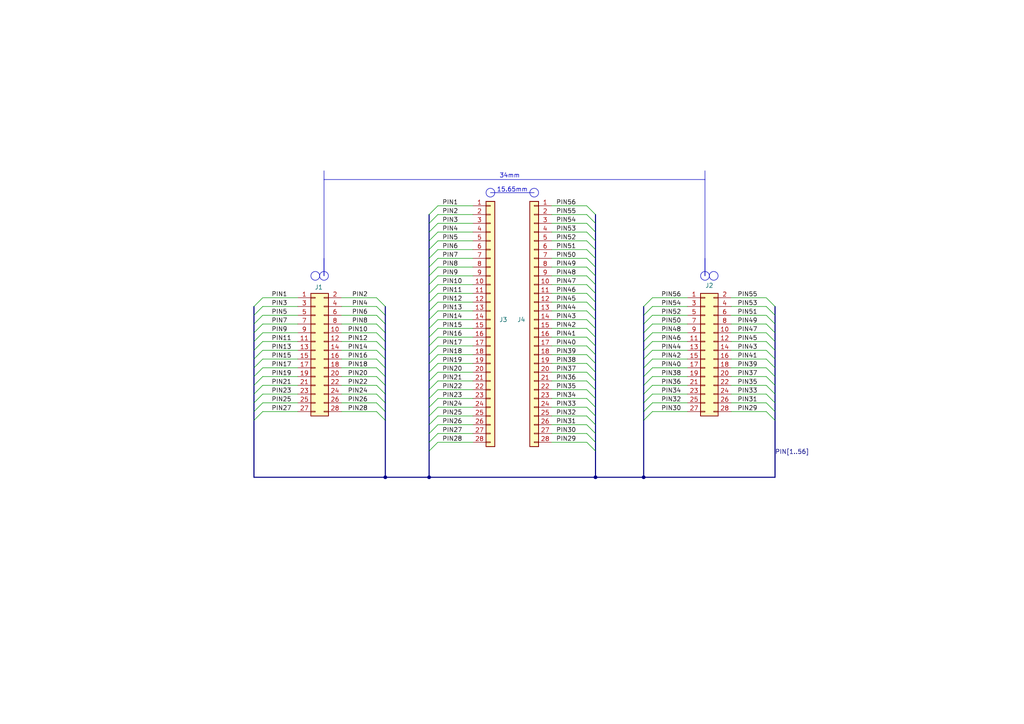
<source format=kicad_sch>
(kicad_sch (version 20231120) (generator "eeschema") (generator_version "8.0")
  (paper "A4")
  (lib_symbols
    (symbol "Connector_Generic:Conn_01x28" (pin_names (offset 1.016) hide)
      (property "Reference" "J" (at 0 35.56 0))
      (property "Value" "Conn_01x28" (at 0 -38.1 0))
      (symbol "Conn_01x28_1_1"
        (rectangle (start -1.27 -35.433) (end 0 -35.687) (stroke (width 0.1524)))
        (rectangle (start -1.27 -32.893) (end 0 -33.147) (stroke (width 0.1524)))
        (rectangle (start -1.27 -30.353) (end 0 -30.607) (stroke (width 0.1524)))
        (rectangle (start -1.27 -27.813) (end 0 -28.067) (stroke (width 0.1524)))
        (rectangle (start -1.27 -25.273) (end 0 -25.527) (stroke (width 0.1524)))
        (rectangle (start -1.27 -22.733) (end 0 -22.987) (stroke (width 0.1524)))
        (rectangle (start -1.27 -20.193) (end 0 -20.447) (stroke (width 0.1524)))
        (rectangle (start -1.27 -17.653) (end 0 -17.907) (stroke (width 0.1524)))
        (rectangle (start -1.27 -15.113) (end 0 -15.367) (stroke (width 0.1524)))
        (rectangle (start -1.27 -12.573) (end 0 -12.827) (stroke (width 0.1524)))
        (rectangle (start -1.27 -10.033) (end 0 -10.287) (stroke (width 0.1524)))
        (rectangle (start -1.27 -7.493) (end 0 -7.747) (stroke (width 0.1524)))
        (rectangle (start -1.27 -4.953) (end 0 -5.207) (stroke (width 0.1524)))
        (rectangle (start -1.27 -2.413) (end 0 -2.667) (stroke (width 0.1524)))
        (rectangle (start -1.27 0.127) (end 0 -0.127) (stroke (width 0.1524)))
        (rectangle (start -1.27 2.667) (end 0 2.413) (stroke (width 0.1524)))
        (rectangle (start -1.27 5.207) (end 0 4.953) (stroke (width 0.1524)))
        (rectangle (start -1.27 7.747) (end 0 7.493) (stroke (width 0.1524)))
        (rectangle (start -1.27 10.287) (end 0 10.033) (stroke (width 0.1524)))
        (rectangle (start -1.27 12.827) (end 0 12.573) (stroke (width 0.1524)))
        (rectangle (start -1.27 15.367) (end 0 15.113) (stroke (width 0.1524)))
        (rectangle (start -1.27 17.907) (end 0 17.653) (stroke (width 0.1524)))
        (rectangle (start -1.27 20.447) (end 0 20.193) (stroke (width 0.1524)))
        (rectangle (start -1.27 22.987) (end 0 22.733) (stroke (width 0.1524)))
        (rectangle (start -1.27 25.527) (end 0 25.273) (stroke (width 0.1524)))
        (rectangle (start -1.27 28.067) (end 0 27.813) (stroke (width 0.1524)))
        (rectangle (start -1.27 30.607) (end 0 30.353) (stroke (width 0.1524)))
        (rectangle (start -1.27 33.147) (end 0 32.893) (stroke (width 0.1524)))
        (rectangle (start -1.27 34.29) (end 1.27 -36.83) (stroke (width 0.254)) (fill (type background)))
        (pin passive line (at -5.08 33.02 0) (length 3.81) (name "Pin_1") (number "1"))
        (pin passive line (at -5.08 10.16 0) (length 3.81) (name "Pin_10") (number "10"))
        (pin passive line (at -5.08 7.62 0) (length 3.81) (name "Pin_11") (number "11"))
        (pin passive line (at -5.08 5.08 0) (length 3.81) (name "Pin_12") (number "12"))
        (pin passive line (at -5.08 2.54 0) (length 3.81) (name "Pin_13") (number "13"))
        (pin passive line (at -5.08 0 0) (length 3.81) (name "Pin_14") (number "14"))
        (pin passive line (at -5.08 -2.54 0) (length 3.81) (name "Pin_15") (number "15"))
        (pin passive line (at -5.08 -5.08 0) (length 3.81) (name "Pin_16") (number "16"))
        (pin passive line (at -5.08 -7.62 0) (length 3.81) (name "Pin_17") (number "17"))
        (pin passive line (at -5.08 -10.16 0) (length 3.81) (name "Pin_18") (number "18"))
        (pin passive line (at -5.08 -12.7 0) (length 3.81) (name "Pin_19") (number "19"))
        (pin passive line (at -5.08 30.48 0) (length 3.81) (name "Pin_2") (number "2"))
        (pin passive line (at -5.08 -15.24 0) (length 3.81) (name "Pin_20") (number "20"))
        (pin passive line (at -5.08 -17.78 0) (length 3.81) (name "Pin_21") (number "21"))
        (pin passive line (at -5.08 -20.32 0) (length 3.81) (name "Pin_22") (number "22"))
        (pin passive line (at -5.08 -22.86 0) (length 3.81) (name "Pin_23") (number "23"))
        (pin passive line (at -5.08 -25.4 0) (length 3.81) (name "Pin_24") (number "24"))
        (pin passive line (at -5.08 -27.94 0) (length 3.81) (name "Pin_25") (number "25"))
        (pin passive line (at -5.08 -30.48 0) (length 3.81) (name "Pin_26") (number "26"))
        (pin passive line (at -5.08 -33.02 0) (length 3.81) (name "Pin_27") (number "27"))
        (pin passive line (at -5.08 -35.56 0) (length 3.81) (name "Pin_28") (number "28"))
        (pin passive line (at -5.08 27.94 0) (length 3.81) (name "Pin_3") (number "3"))
        (pin passive line (at -5.08 25.4 0) (length 3.81) (name "Pin_4") (number "4"))
        (pin passive line (at -5.08 22.86 0) (length 3.81) (name "Pin_5") (number "5"))
        (pin passive line (at -5.08 20.32 0) (length 3.81) (name "Pin_6") (number "6"))
        (pin passive line (at -5.08 17.78 0) (length 3.81) (name "Pin_7") (number "7"))
        (pin passive line (at -5.08 15.24 0) (length 3.81) (name "Pin_8") (number "8"))
        (pin passive line (at -5.08 12.7 0) (length 3.81) (name "Pin_9") (number "9"))
      )
    )
    (symbol "Connector_Generic:Conn_02x14_Odd_Even" (pin_names (offset 1.016) hide)
      (property "Reference" "J" (at 1.27 17.78 0))
      (property "Value" "Conn_02x14_Odd_Even" (at 1.27 -20.32 0))
      (symbol "Conn_02x14_Odd_Even_1_1"
        (rectangle (start -1.27 -17.653) (end 0 -17.907) (stroke (width 0.1524)))
        (rectangle (start -1.27 -15.113) (end 0 -15.367) (stroke (width 0.1524)))
        (rectangle (start -1.27 -12.573) (end 0 -12.827) (stroke (width 0.1524)))
        (rectangle (start -1.27 -10.033) (end 0 -10.287) (stroke (width 0.1524)))
        (rectangle (start -1.27 -7.493) (end 0 -7.747) (stroke (width 0.1524)))
        (rectangle (start -1.27 -4.953) (end 0 -5.207) (stroke (width 0.1524)))
        (rectangle (start -1.27 -2.413) (end 0 -2.667) (stroke (width 0.1524)))
        (rectangle (start -1.27 0.127) (end 0 -0.127) (stroke (width 0.1524)))
        (rectangle (start -1.27 2.667) (end 0 2.413) (stroke (width 0.1524)))
        (rectangle (start -1.27 5.207) (end 0 4.953) (stroke (width 0.1524)))
        (rectangle (start -1.27 7.747) (end 0 7.493) (stroke (width 0.1524)))
        (rectangle (start -1.27 10.287) (end 0 10.033) (stroke (width 0.1524)))
        (rectangle (start -1.27 12.827) (end 0 12.573) (stroke (width 0.1524)))
        (rectangle (start -1.27 15.367) (end 0 15.113) (stroke (width 0.1524)))
        (rectangle (start -1.27 16.51) (end 3.81 -19.05) (stroke (width 0.254)) (fill (type background)))
        (rectangle (start 3.81 -17.653) (end 2.54 -17.907) (stroke (width 0.1524)))
        (rectangle (start 3.81 -15.113) (end 2.54 -15.367) (stroke (width 0.1524)))
        (rectangle (start 3.81 -12.573) (end 2.54 -12.827) (stroke (width 0.1524)))
        (rectangle (start 3.81 -10.033) (end 2.54 -10.287) (stroke (width 0.1524)))
        (rectangle (start 3.81 -7.493) (end 2.54 -7.747) (stroke (width 0.1524)))
        (rectangle (start 3.81 -4.953) (end 2.54 -5.207) (stroke (width 0.1524)))
        (rectangle (start 3.81 -2.413) (end 2.54 -2.667) (stroke (width 0.1524)))
        (rectangle (start 3.81 0.127) (end 2.54 -0.127) (stroke (width 0.1524)))
        (rectangle (start 3.81 2.667) (end 2.54 2.413) (stroke (width 0.1524)))
        (rectangle (start 3.81 5.207) (end 2.54 4.953) (stroke (width 0.1524)))
        (rectangle (start 3.81 7.747) (end 2.54 7.493) (stroke (width 0.1524)))
        (rectangle (start 3.81 10.287) (end 2.54 10.033) (stroke (width 0.1524)))
        (rectangle (start 3.81 12.827) (end 2.54 12.573) (stroke (width 0.1524)))
        (rectangle (start 3.81 15.367) (end 2.54 15.113) (stroke (width 0.1524)))
        (pin passive line (at -5.08 15.24 0) (length 3.81) (name "Pin_1") (number "1"))
        (pin passive line (at 7.62 5.08 180) (length 3.81) (name "Pin_10") (number "10"))
        (pin passive line (at -5.08 2.54 0) (length 3.81) (name "Pin_11") (number "11"))
        (pin passive line (at 7.62 2.54 180) (length 3.81) (name "Pin_12") (number "12"))
        (pin passive line (at -5.08 0 0) (length 3.81) (name "Pin_13") (number "13"))
        (pin passive line (at 7.62 0 180) (length 3.81) (name "Pin_14") (number "14"))
        (pin passive line (at -5.08 -2.54 0) (length 3.81) (name "Pin_15") (number "15"))
        (pin passive line (at 7.62 -2.54 180) (length 3.81) (name "Pin_16") (number "16"))
        (pin passive line (at -5.08 -5.08 0) (length 3.81) (name "Pin_17") (number "17"))
        (pin passive line (at 7.62 -5.08 180) (length 3.81) (name "Pin_18") (number "18"))
        (pin passive line (at -5.08 -7.62 0) (length 3.81) (name "Pin_19") (number "19"))
        (pin passive line (at 7.62 15.24 180) (length 3.81) (name "Pin_2") (number "2"))
        (pin passive line (at 7.62 -7.62 180) (length 3.81) (name "Pin_20") (number "20"))
        (pin passive line (at -5.08 -10.16 0) (length 3.81) (name "Pin_21") (number "21"))
        (pin passive line (at 7.62 -10.16 180) (length 3.81) (name "Pin_22") (number "22"))
        (pin passive line (at -5.08 -12.7 0) (length 3.81) (name "Pin_23") (number "23"))
        (pin passive line (at 7.62 -12.7 180) (length 3.81) (name "Pin_24") (number "24"))
        (pin passive line (at -5.08 -15.24 0) (length 3.81) (name "Pin_25") (number "25"))
        (pin passive line (at 7.62 -15.24 180) (length 3.81) (name "Pin_26") (number "26"))
        (pin passive line (at -5.08 -17.78 0) (length 3.81) (name "Pin_27") (number "27"))
        (pin passive line (at 7.62 -17.78 180) (length 3.81) (name "Pin_28") (number "28"))
        (pin passive line (at -5.08 12.7 0) (length 3.81) (name "Pin_3") (number "3"))
        (pin passive line (at 7.62 12.7 180) (length 3.81) (name "Pin_4") (number "4"))
        (pin passive line (at -5.08 10.16 0) (length 3.81) (name "Pin_5") (number "5"))
        (pin passive line (at 7.62 10.16 180) (length 3.81) (name "Pin_6") (number "6"))
        (pin passive line (at -5.08 7.62 0) (length 3.81) (name "Pin_7") (number "7"))
        (pin passive line (at 7.62 7.62 180) (length 3.81) (name "Pin_8") (number "8"))
        (pin passive line (at -5.08 5.08 0) (length 3.81) (name "Pin_9") (number "9"))
      )
    )
  )
  (junction (at 111.76 138.43))
  (junction (at 186.69 138.43))
  (junction (at 124.46 138.43))
  (junction (at 172.72 138.43))
  (bus_entry (at 124.46 110.49) (size 2.54 -2.54))
  (bus_entry (at 186.69 119.38) (size 2.54 -2.54))
  (bus_entry (at 224.79 116.84) (size -2.54 -2.54))
  (bus_entry (at 172.72 87.63) (size -2.54 -2.54))
  (bus_entry (at 111.76 104.14) (size -2.54 -2.54))
  (bus_entry (at 124.46 102.87) (size 2.54 -2.54))
  (bus_entry (at 73.66 106.68) (size 2.54 -2.54))
  (bus_entry (at 73.66 111.76) (size 2.54 -2.54))
  (bus_entry (at 111.76 109.22) (size -2.54 -2.54))
  (bus_entry (at 224.79 121.92) (size -2.54 -2.54))
  (bus_entry (at 186.69 104.14) (size 2.54 -2.54))
  (bus_entry (at 172.72 128.27) (size -2.54 -2.54))
  (bus_entry (at 224.79 99.06) (size -2.54 -2.54))
  (bus_entry (at 186.69 114.3) (size 2.54 -2.54))
  (bus_entry (at 172.72 69.85) (size -2.54 -2.54))
  (bus_entry (at 111.76 121.92) (size -2.54 -2.54))
  (bus_entry (at 172.72 123.19) (size -2.54 -2.54))
  (bus_entry (at 186.69 106.68) (size 2.54 -2.54))
  (bus_entry (at 172.72 130.81) (size -2.54 -2.54))
  (bus_entry (at 172.72 107.95) (size -2.54 -2.54))
  (bus_entry (at 224.79 104.14) (size -2.54 -2.54))
  (bus_entry (at 186.69 91.44) (size 2.54 -2.54))
  (bus_entry (at 124.46 130.81) (size 2.54 -2.54))
  (bus_entry (at 172.72 97.79) (size -2.54 -2.54))
  (bus_entry (at 111.76 114.3) (size -2.54 -2.54))
  (bus_entry (at 73.66 88.9) (size 2.54 -2.54))
  (bus_entry (at 172.72 120.65) (size -2.54 -2.54))
  (bus_entry (at 224.79 101.6) (size -2.54 -2.54))
  (bus_entry (at 73.66 96.52) (size 2.54 -2.54))
  (bus_entry (at 172.72 125.73) (size -2.54 -2.54))
  (bus_entry (at 172.72 80.01) (size -2.54 -2.54))
  (bus_entry (at 124.46 123.19) (size 2.54 -2.54))
  (bus_entry (at 224.79 96.52) (size -2.54 -2.54))
  (bus_entry (at 124.46 72.39) (size 2.54 -2.54))
  (bus_entry (at 124.46 92.71) (size 2.54 -2.54))
  (bus_entry (at 172.72 118.11) (size -2.54 -2.54))
  (bus_entry (at 186.69 96.52) (size 2.54 -2.54))
  (bus_entry (at 73.66 109.22) (size 2.54 -2.54))
  (bus_entry (at 172.72 64.77) (size -2.54 -2.54))
  (bus_entry (at 124.46 128.27) (size 2.54 -2.54))
  (bus_entry (at 172.72 92.71) (size -2.54 -2.54))
  (bus_entry (at 111.76 116.84) (size -2.54 -2.54))
  (bus_entry (at 73.66 101.6) (size 2.54 -2.54))
  (bus_entry (at 124.46 80.01) (size 2.54 -2.54))
  (bus_entry (at 124.46 82.55) (size 2.54 -2.54))
  (bus_entry (at 172.72 72.39) (size -2.54 -2.54))
  (bus_entry (at 186.69 101.6) (size 2.54 -2.54))
  (bus_entry (at 224.79 93.98) (size -2.54 -2.54))
  (bus_entry (at 124.46 113.03) (size 2.54 -2.54))
  (bus_entry (at 186.69 109.22) (size 2.54 -2.54))
  (bus_entry (at 124.46 107.95) (size 2.54 -2.54))
  (bus_entry (at 172.72 115.57) (size -2.54 -2.54))
  (bus_entry (at 111.76 101.6) (size -2.54 -2.54))
  (bus_entry (at 73.66 119.38) (size 2.54 -2.54))
  (bus_entry (at 172.72 67.31) (size -2.54 -2.54))
  (bus_entry (at 172.72 74.93) (size -2.54 -2.54))
  (bus_entry (at 111.76 91.44) (size -2.54 -2.54))
  (bus_entry (at 172.72 100.33) (size -2.54 -2.54))
  (bus_entry (at 172.72 105.41) (size -2.54 -2.54))
  (bus_entry (at 172.72 110.49) (size -2.54 -2.54))
  (bus_entry (at 111.76 99.06) (size -2.54 -2.54))
  (bus_entry (at 224.79 91.44) (size -2.54 -2.54))
  (bus_entry (at 124.46 62.23) (size 2.54 -2.54))
  (bus_entry (at 111.76 93.98) (size -2.54 -2.54))
  (bus_entry (at 73.66 99.06) (size 2.54 -2.54))
  (bus_entry (at 124.46 100.33) (size 2.54 -2.54))
  (bus_entry (at 186.69 88.9) (size 2.54 -2.54))
  (bus_entry (at 186.69 111.76) (size 2.54 -2.54))
  (bus_entry (at 124.46 90.17) (size 2.54 -2.54))
  (bus_entry (at 224.79 109.22) (size -2.54 -2.54))
  (bus_entry (at 186.69 93.98) (size 2.54 -2.54))
  (bus_entry (at 111.76 106.68) (size -2.54 -2.54))
  (bus_entry (at 73.66 91.44) (size 2.54 -2.54))
  (bus_entry (at 73.66 93.98) (size 2.54 -2.54))
  (bus_entry (at 172.72 95.25) (size -2.54 -2.54))
  (bus_entry (at 172.72 113.03) (size -2.54 -2.54))
  (bus_entry (at 73.66 116.84) (size 2.54 -2.54))
  (bus_entry (at 73.66 104.14) (size 2.54 -2.54))
  (bus_entry (at 224.79 111.76) (size -2.54 -2.54))
  (bus_entry (at 111.76 111.76) (size -2.54 -2.54))
  (bus_entry (at 124.46 64.77) (size 2.54 -2.54))
  (bus_entry (at 124.46 125.73) (size 2.54 -2.54))
  (bus_entry (at 124.46 77.47) (size 2.54 -2.54))
  (bus_entry (at 186.69 121.92) (size 2.54 -2.54))
  (bus_entry (at 172.72 62.23) (size -2.54 -2.54))
  (bus_entry (at 172.72 90.17) (size -2.54 -2.54))
  (bus_entry (at 124.46 115.57) (size 2.54 -2.54))
  (bus_entry (at 124.46 74.93) (size 2.54 -2.54))
  (bus_entry (at 172.72 82.55) (size -2.54 -2.54))
  (bus_entry (at 224.79 88.9) (size -2.54 -2.54))
  (bus_entry (at 224.79 119.38) (size -2.54 -2.54))
  (bus_entry (at 124.46 105.41) (size 2.54 -2.54))
  (bus_entry (at 172.72 77.47) (size -2.54 -2.54))
  (bus_entry (at 124.46 97.79) (size 2.54 -2.54))
  (bus_entry (at 224.79 114.3) (size -2.54 -2.54))
  (bus_entry (at 124.46 67.31) (size 2.54 -2.54))
  (bus_entry (at 172.72 85.09) (size -2.54 -2.54))
  (bus_entry (at 73.66 121.92) (size 2.54 -2.54))
  (bus_entry (at 124.46 118.11) (size 2.54 -2.54))
  (bus_entry (at 73.66 114.3) (size 2.54 -2.54))
  (bus_entry (at 111.76 119.38) (size -2.54 -2.54))
  (bus_entry (at 124.46 87.63) (size 2.54 -2.54))
  (bus_entry (at 224.79 106.68) (size -2.54 -2.54))
  (bus_entry (at 124.46 69.85) (size 2.54 -2.54))
  (bus_entry (at 186.69 116.84) (size 2.54 -2.54))
  (bus_entry (at 111.76 96.52) (size -2.54 -2.54))
  (bus_entry (at 124.46 85.09) (size 2.54 -2.54))
  (bus_entry (at 124.46 95.25) (size 2.54 -2.54))
  (bus_entry (at 111.76 88.9) (size -2.54 -2.54))
  (bus_entry (at 124.46 120.65) (size 2.54 -2.54))
  (bus_entry (at 172.72 102.87) (size -2.54 -2.54))
  (bus_entry (at 186.69 99.06) (size 2.54 -2.54))
  (bus (pts (xy 172.72 115.57) (xy 172.72 118.11)))
  (wire (pts (xy 189.23 104.14) (xy 199.39 104.14)))
  (wire (pts (xy 160.02 105.41) (xy 170.18 105.41)))
  (wire (pts (xy 222.25 86.36) (xy 212.09 86.36)))
  (bus (pts (xy 124.46 138.43) (xy 172.72 138.43)))
  (wire (pts (xy 127 102.87) (xy 137.16 102.87)))
  (wire (pts (xy 109.22 109.22) (xy 99.06 109.22)))
  (wire (pts (xy 160.02 118.11) (xy 170.18 118.11)))
  (wire (pts (xy 109.22 104.14) (xy 99.06 104.14)))
  (bus (pts (xy 172.72 120.65) (xy 172.72 123.19)))
  (bus (pts (xy 172.72 110.49) (xy 172.72 113.03)))
  (bus (pts (xy 73.66 91.44) (xy 73.66 93.98)))
  (wire (pts (xy 76.2 116.84) (xy 86.36 116.84)))
  (bus (pts (xy 124.46 62.23) (xy 124.46 64.77)))
  (bus (pts (xy 124.46 77.47) (xy 124.46 80.01)))
  (bus (pts (xy 186.69 116.84) (xy 186.69 119.38)))
  (wire (pts (xy 222.25 93.98) (xy 212.09 93.98)))
  (bus (pts (xy 172.72 69.85) (xy 172.72 72.39)))
  (wire (pts (xy 160.02 128.27) (xy 170.18 128.27)))
  (bus (pts (xy 186.69 121.92) (xy 186.69 138.43)))
  (wire (pts (xy 160.02 80.01) (xy 170.18 80.01)))
  (bus (pts (xy 172.72 64.77) (xy 172.72 67.31)))
  (bus (pts (xy 172.72 87.63) (xy 172.72 90.17)))
  (bus (pts (xy 172.72 105.41) (xy 172.72 107.95)))
  (bus (pts (xy 124.46 97.79) (xy 124.46 100.33)))
  (wire (pts (xy 160.02 120.65) (xy 170.18 120.65)))
  (bus (pts (xy 111.76 116.84) (xy 111.76 119.38)))
  (wire (pts (xy 127 90.17) (xy 137.16 90.17)))
  (bus (pts (xy 124.46 82.55) (xy 124.46 85.09)))
  (wire (pts (xy 160.02 102.87) (xy 170.18 102.87)))
  (wire (pts (xy 127 110.49) (xy 137.16 110.49)))
  (wire (pts (xy 222.25 96.52) (xy 212.09 96.52)))
  (wire (pts (xy 127 115.57) (xy 137.16 115.57)))
  (wire (pts (xy 160.02 69.85) (xy 170.18 69.85)))
  (wire (pts (xy 189.23 116.84) (xy 199.39 116.84)))
  (bus (pts (xy 73.66 96.52) (xy 73.66 99.06)))
  (wire (pts (xy 222.25 111.76) (xy 212.09 111.76)))
  (wire (pts (xy 127 82.55) (xy 137.16 82.55)))
  (wire (pts (xy 127 123.19) (xy 137.16 123.19)))
  (bus (pts (xy 124.46 95.25) (xy 124.46 97.79)))
  (wire (pts (xy 189.23 93.98) (xy 199.39 93.98)))
  (wire (pts (xy 222.25 91.44) (xy 212.09 91.44)))
  (wire (pts (xy 127 100.33) (xy 137.16 100.33)))
  (polyline (pts (xy 93.98 49.53) (xy 93.98 52.07)))
  (bus (pts (xy 124.46 64.77) (xy 124.46 67.31)))
  (bus (pts (xy 124.46 120.65) (xy 124.46 123.19)))
  (bus (pts (xy 186.69 101.6) (xy 186.69 104.14)))
  (bus (pts (xy 124.46 125.73) (xy 124.46 128.27)))
  (wire (pts (xy 160.02 64.77) (xy 170.18 64.77)))
  (bus (pts (xy 172.72 77.47) (xy 172.72 80.01)))
  (bus (pts (xy 224.79 106.68) (xy 224.79 104.14)))
  (wire (pts (xy 109.22 101.6) (xy 99.06 101.6)))
  (wire (pts (xy 222.25 119.38) (xy 212.09 119.38)))
  (wire (pts (xy 127 87.63) (xy 137.16 87.63)))
  (wire (pts (xy 127 69.85) (xy 137.16 69.85)))
  (polyline (pts (xy 93.98 74.93) (xy 93.98 80.01)))
  (bus (pts (xy 124.46 105.41) (xy 124.46 107.95)))
  (bus (pts (xy 73.66 88.9) (xy 73.66 91.44)))
  (bus (pts (xy 124.46 87.63) (xy 124.46 90.17)))
  (bus (pts (xy 186.69 91.44) (xy 186.69 93.98)))
  (bus (pts (xy 124.46 115.57) (xy 124.46 118.11)))
  (bus (pts (xy 186.69 106.68) (xy 186.69 109.22)))
  (bus (pts (xy 186.69 104.14) (xy 186.69 106.68)))
  (wire (pts (xy 127 92.71) (xy 137.16 92.71)))
  (bus (pts (xy 124.46 69.85) (xy 124.46 72.39)))
  (wire (pts (xy 109.22 116.84) (xy 99.06 116.84)))
  (wire (pts (xy 160.02 62.23) (xy 170.18 62.23)))
  (wire (pts (xy 160.02 95.25) (xy 170.18 95.25)))
  (bus (pts (xy 124.46 80.01) (xy 124.46 82.55)))
  (bus (pts (xy 73.66 121.92) (xy 73.66 138.43)))
  (wire (pts (xy 127 72.39) (xy 137.16 72.39)))
  (bus (pts (xy 224.79 111.76) (xy 224.79 114.3)))
  (wire (pts (xy 160.02 125.73) (xy 170.18 125.73)))
  (bus (pts (xy 111.76 119.38) (xy 111.76 121.92)))
  (bus (pts (xy 111.76 91.44) (xy 111.76 93.98)))
  (wire (pts (xy 189.23 86.36) (xy 199.39 86.36)))
  (bus (pts (xy 111.76 109.22) (xy 111.76 111.76)))
  (bus (pts (xy 73.66 104.14) (xy 73.66 106.68)))
  (bus (pts (xy 172.72 67.31) (xy 172.72 69.85)))
  (bus (pts (xy 111.76 106.68) (xy 111.76 109.22)))
  (wire (pts (xy 189.23 99.06) (xy 199.39 99.06)))
  (wire (pts (xy 160.02 72.39) (xy 170.18 72.39)))
  (wire (pts (xy 109.22 99.06) (xy 99.06 99.06)))
  (bus (pts (xy 172.72 97.79) (xy 172.72 100.33)))
  (bus (pts (xy 224.79 121.92) (xy 224.79 138.43)))
  (bus (pts (xy 111.76 88.9) (xy 111.76 91.44)))
  (bus (pts (xy 186.69 138.43) (xy 224.79 138.43)))
  (bus (pts (xy 186.69 99.06) (xy 186.69 101.6)))
  (bus (pts (xy 172.72 95.25) (xy 172.72 97.79)))
  (wire (pts (xy 160.02 77.47) (xy 170.18 77.47)))
  (bus (pts (xy 111.76 111.76) (xy 111.76 114.3)))
  (bus (pts (xy 186.69 119.38) (xy 186.69 121.92)))
  (bus (pts (xy 73.66 109.22) (xy 73.66 111.76)))
  (wire (pts (xy 160.02 87.63) (xy 170.18 87.63)))
  (bus (pts (xy 124.46 128.27) (xy 124.46 130.81)))
  (bus (pts (xy 224.79 119.38) (xy 224.79 121.92)))
  (bus (pts (xy 224.79 99.06) (xy 224.79 101.6)))
  (bus (pts (xy 172.72 82.55) (xy 172.72 85.09)))
  (bus (pts (xy 73.66 101.6) (xy 73.66 104.14)))
  (wire (pts (xy 109.22 111.76) (xy 99.06 111.76)))
  (wire (pts (xy 160.02 90.17) (xy 170.18 90.17)))
  (wire (pts (xy 76.2 114.3) (xy 86.36 114.3)))
  (wire (pts (xy 127 107.95) (xy 137.16 107.95)))
  (wire (pts (xy 109.22 106.68) (xy 99.06 106.68)))
  (wire (pts (xy 109.22 86.36) (xy 99.06 86.36)))
  (wire (pts (xy 189.23 119.38) (xy 199.39 119.38)))
  (bus (pts (xy 111.76 101.6) (xy 111.76 104.14)))
  (bus (pts (xy 186.69 109.22) (xy 186.69 111.76)))
  (bus (pts (xy 172.72 100.33) (xy 172.72 102.87)))
  (bus (pts (xy 124.46 90.17) (xy 124.46 92.71)))
  (polyline (pts (xy 204.47 74.93) (xy 204.47 80.01)))
  (bus (pts (xy 172.72 74.93) (xy 172.72 77.47)))
  (polyline (pts (xy 142.24 55.88) (xy 154.94 55.88)))
  (wire (pts (xy 76.2 86.36) (xy 86.36 86.36)))
  (bus (pts (xy 124.46 74.93) (xy 124.46 77.47)))
  (bus (pts (xy 73.66 99.06) (xy 73.66 101.6)))
  (wire (pts (xy 127 118.11) (xy 137.16 118.11)))
  (wire (pts (xy 127 67.31) (xy 137.16 67.31)))
  (wire (pts (xy 76.2 99.06) (xy 86.36 99.06)))
  (bus (pts (xy 172.72 90.17) (xy 172.72 92.71)))
  (bus (pts (xy 73.66 106.68) (xy 73.66 109.22)))
  (bus (pts (xy 73.66 119.38) (xy 73.66 121.92)))
  (bus (pts (xy 111.76 96.52) (xy 111.76 99.06)))
  (wire (pts (xy 189.23 88.9) (xy 199.39 88.9)))
  (bus (pts (xy 111.76 114.3) (xy 111.76 116.84)))
  (wire (pts (xy 127 85.09) (xy 137.16 85.09)))
  (bus (pts (xy 172.72 72.39) (xy 172.72 74.93)))
  (wire (pts (xy 127 64.77) (xy 137.16 64.77)))
  (bus (pts (xy 186.69 114.3) (xy 186.69 116.84)))
  (wire (pts (xy 222.25 99.06) (xy 212.09 99.06)))
  (bus (pts (xy 111.76 93.98) (xy 111.76 96.52)))
  (wire (pts (xy 127 120.65) (xy 137.16 120.65)))
  (bus (pts (xy 73.66 138.43) (xy 111.76 138.43)))
  (bus (pts (xy 124.46 85.09) (xy 124.46 87.63)))
  (bus (pts (xy 73.66 111.76) (xy 73.66 114.3)))
  (bus (pts (xy 172.72 85.09) (xy 172.72 87.63)))
  (wire (pts (xy 160.02 67.31) (xy 170.18 67.31)))
  (bus (pts (xy 172.72 128.27) (xy 172.72 130.81)))
  (bus (pts (xy 124.46 92.71) (xy 124.46 95.25)))
  (bus (pts (xy 172.72 118.11) (xy 172.72 120.65)))
  (wire (pts (xy 189.23 111.76) (xy 199.39 111.76)))
  (wire (pts (xy 76.2 91.44) (xy 86.36 91.44)))
  (wire (pts (xy 160.02 115.57) (xy 170.18 115.57)))
  (wire (pts (xy 127 128.27) (xy 137.16 128.27)))
  (wire (pts (xy 109.22 96.52) (xy 99.06 96.52)))
  (polyline (pts (xy 204.47 49.53) (xy 204.47 52.07)))
  (wire (pts (xy 127 74.93) (xy 137.16 74.93)))
  (wire (pts (xy 160.02 123.19) (xy 170.18 123.19)))
  (wire (pts (xy 189.23 91.44) (xy 199.39 91.44)))
  (wire (pts (xy 189.23 101.6) (xy 199.39 101.6)))
  (bus (pts (xy 172.72 113.03) (xy 172.72 115.57)))
  (wire (pts (xy 109.22 93.98) (xy 99.06 93.98)))
  (bus (pts (xy 124.46 100.33) (xy 124.46 102.87)))
  (wire (pts (xy 189.23 109.22) (xy 199.39 109.22)))
  (wire (pts (xy 76.2 93.98) (xy 86.36 93.98)))
  (bus (pts (xy 124.46 123.19) (xy 124.46 125.73)))
  (bus (pts (xy 172.72 102.87) (xy 172.72 105.41)))
  (wire (pts (xy 160.02 100.33) (xy 170.18 100.33)))
  (bus (pts (xy 186.69 111.76) (xy 186.69 114.3)))
  (bus (pts (xy 124.46 107.95) (xy 124.46 110.49)))
  (wire (pts (xy 109.22 91.44) (xy 99.06 91.44)))
  (wire (pts (xy 189.23 96.52) (xy 199.39 96.52)))
  (bus (pts (xy 73.66 114.3) (xy 73.66 116.84)))
  (wire (pts (xy 76.2 111.76) (xy 86.36 111.76)))
  (wire (pts (xy 127 80.01) (xy 137.16 80.01)))
  (wire (pts (xy 109.22 114.3) (xy 99.06 114.3)))
  (bus (pts (xy 186.69 93.98) (xy 186.69 96.52)))
  (bus (pts (xy 224.79 111.76) (xy 224.79 109.22)))
  (wire (pts (xy 127 125.73) (xy 137.16 125.73)))
  (bus (pts (xy 124.46 110.49) (xy 124.46 113.03)))
  (wire (pts (xy 76.2 96.52) (xy 86.36 96.52)))
  (wire (pts (xy 160.02 85.09) (xy 170.18 85.09)))
  (wire (pts (xy 127 59.69) (xy 137.16 59.69)))
  (wire (pts (xy 127 62.23) (xy 137.16 62.23)))
  (bus (pts (xy 124.46 113.03) (xy 124.46 115.57)))
  (bus (pts (xy 111.76 99.06) (xy 111.76 101.6)))
  (wire (pts (xy 160.02 82.55) (xy 170.18 82.55)))
  (wire (pts (xy 76.2 119.38) (xy 86.36 119.38)))
  (bus (pts (xy 172.72 130.81) (xy 172.72 138.43)))
  (wire (pts (xy 160.02 110.49) (xy 170.18 110.49)))
  (wire (pts (xy 222.25 88.9) (xy 212.09 88.9)))
  (bus (pts (xy 124.46 130.81) (xy 124.46 138.43)))
  (wire (pts (xy 160.02 74.93) (xy 170.18 74.93)))
  (bus (pts (xy 224.79 101.6) (xy 224.79 104.14)))
  (bus (pts (xy 124.46 102.87) (xy 124.46 105.41)))
  (wire (pts (xy 160.02 59.69) (xy 170.18 59.69)))
  (bus (pts (xy 172.72 62.23) (xy 172.72 64.77)))
  (bus (pts (xy 172.72 123.19) (xy 172.72 125.73)))
  (wire (pts (xy 189.23 106.68) (xy 199.39 106.68)))
  (wire (pts (xy 160.02 92.71) (xy 170.18 92.71)))
  (wire (pts (xy 222.25 106.68) (xy 212.09 106.68)))
  (bus (pts (xy 186.69 96.52) (xy 186.69 99.06)))
  (wire (pts (xy 76.2 104.14) (xy 86.36 104.14)))
  (bus (pts (xy 186.69 88.9) (xy 186.69 91.44)))
  (wire (pts (xy 109.22 119.38) (xy 99.06 119.38)))
  (polyline (pts (xy 93.98 52.07) (xy 204.47 52.07)))
  (bus (pts (xy 111.76 104.14) (xy 111.76 106.68)))
  (bus (pts (xy 224.79 114.3) (xy 224.79 116.84)))
  (wire (pts (xy 189.23 114.3) (xy 199.39 114.3)))
  (wire (pts (xy 160.02 97.79) (xy 170.18 97.79)))
  (bus (pts (xy 172.72 92.71) (xy 172.72 95.25)))
  (wire (pts (xy 127 77.47) (xy 137.16 77.47)))
  (wire (pts (xy 127 95.25) (xy 137.16 95.25)))
  (wire (pts (xy 222.25 101.6) (xy 212.09 101.6)))
  (bus (pts (xy 224.79 116.84) (xy 224.79 119.38)))
  (bus (pts (xy 111.76 121.92) (xy 111.76 138.43)))
  (wire (pts (xy 76.2 106.68) (xy 86.36 106.68)))
  (wire (pts (xy 109.22 88.9) (xy 99.06 88.9)))
  (polyline (pts (xy 204.47 80.01) (xy 204.47 52.07)))
  (bus (pts (xy 124.46 118.11) (xy 124.46 120.65)))
  (bus (pts (xy 172.72 107.95) (xy 172.72 110.49)))
  (polyline (pts (xy 93.98 80.01) (xy 93.98 52.07)))
  (bus (pts (xy 73.66 93.98) (xy 73.66 96.52)))
  (wire (pts (xy 127 97.79) (xy 137.16 97.79)))
  (bus (pts (xy 124.46 67.31) (xy 124.46 69.85)))
  (wire (pts (xy 76.2 88.9) (xy 86.36 88.9)))
  (wire (pts (xy 127 105.41) (xy 137.16 105.41)))
  (wire (pts (xy 76.2 101.6) (xy 86.36 101.6)))
  (wire (pts (xy 160.02 113.03) (xy 170.18 113.03)))
  (bus (pts (xy 224.79 93.98) (xy 224.79 96.52)))
  (bus (pts (xy 172.72 80.01) (xy 172.72 82.55)))
  (bus (pts (xy 172.72 138.43) (xy 186.69 138.43)))
  (wire (pts (xy 160.02 107.95) (xy 170.18 107.95)))
  (wire (pts (xy 222.25 116.84) (xy 212.09 116.84)))
  (bus (pts (xy 224.79 109.22) (xy 224.79 106.68)))
  (bus (pts (xy 224.79 91.44) (xy 224.79 93.98)))
  (bus (pts (xy 124.46 72.39) (xy 124.46 74.93)))
  (bus (pts (xy 224.79 88.9) (xy 224.79 91.44)))
  (wire (pts (xy 222.25 104.14) (xy 212.09 104.14)))
  (bus (pts (xy 111.76 138.43) (xy 124.46 138.43)))
  (wire (pts (xy 222.25 109.22) (xy 212.09 109.22)))
  (wire (pts (xy 127 113.03) (xy 137.16 113.03)))
  (bus (pts (xy 172.72 125.73) (xy 172.72 128.27)))
  (bus (pts (xy 73.66 116.84) (xy 73.66 119.38)))
  (wire (pts (xy 222.25 114.3) (xy 212.09 114.3)))
  (wire (pts (xy 76.2 109.22) (xy 86.36 109.22)))
  (bus (pts (xy 224.79 96.52) (xy 224.79 99.06)))
  (circle (center 207.01 80.01) (radius 1.27))
  (circle (center 154.94 55.88) (radius 1.27))
  (circle (center 204.47 80.01) (radius 1.27))
  (circle (center 142.24 55.88) (radius 1.27))
  (circle (center 93.98 80.01) (radius 1.27))
  (circle (center 91.44 80.01) (radius 1.27))
  (text "34mm" (at 147.828 51.054 0) (effects (font (size 1.27 1.27))))
  (text "15.65mm" (at 148.59 55.118 0) (effects (font (size 1.27 1.27))))
  (label "PIN19" (at 128.27 105.41 0))
  (label "PIN4" (at 106.68 88.9 180))
  (label "PIN11" (at 128.27 85.09 0))
  (label "PIN54" (at 191.77 88.9 0))
  (label "PIN5" (at 128.27 69.85 0))
  (label "PIN13" (at 78.74 101.6 0))
  (label "PIN24" (at 128.27 118.11 0))
  (label "PIN26" (at 128.27 123.19 0))
  (label "PIN53" (at 161.29 67.31 0))
  (label "PIN1" (at 128.27 59.69 0))
  (label "PIN32" (at 161.29 120.65 0))
  (label "PIN46" (at 161.29 85.09 0))
  (label "PIN22" (at 106.68 111.76 180))
  (label "PIN31" (at 161.29 123.19 0))
  (label "PIN6" (at 106.68 91.44 180))
  (label "PIN39" (at 219.71 106.68 180))
  (label "PIN15" (at 78.74 104.14 0))
  (label "PIN49" (at 161.29 77.47 0))
  (label "PIN55" (at 161.29 62.23 0))
  (label "PIN28" (at 128.27 128.27 0))
  (label "PIN27" (at 128.27 125.73 0))
  (label "PIN26" (at 106.68 116.84 180))
  (label "PIN51" (at 161.29 72.39 0))
  (label "PIN19" (at 78.74 109.22 0))
  (label "PIN3" (at 78.74 88.9 0))
  (label "PIN20" (at 106.68 109.22 180))
  (label "PIN4" (at 128.27 67.31 0))
  (label "PIN46" (at 191.77 99.06 0))
  (label "PIN21" (at 78.74 111.76 0))
  (label "PIN18" (at 128.27 102.87 0))
  (label "PIN29" (at 219.71 119.38 180))
  (label "PIN32" (at 191.77 116.84 0))
  (label "PIN15" (at 128.27 95.25 0))
  (label "PIN9" (at 78.74 96.52 0))
  (label "PIN25" (at 128.27 120.65 0))
  (label "PIN47" (at 161.29 82.55 0))
  (label "PIN34" (at 191.77 114.3 0))
  (label "PIN23" (at 128.27 115.57 0))
  (label "PIN28" (at 106.68 119.38 180))
  (label "PIN2" (at 106.68 86.36 180))
  (label "PIN16" (at 106.68 104.14 180))
  (label "PIN36" (at 161.29 110.49 0))
  (label "PIN3" (at 128.27 64.77 0))
  (label "PIN51" (at 219.71 91.44 180))
  (label "PIN11" (at 78.74 99.06 0))
  (label "PIN53" (at 219.71 88.9 180))
  (label "PIN44" (at 191.77 101.6 0))
  (label "PIN10" (at 106.68 96.52 180))
  (label "PIN25" (at 78.74 116.84 0))
  (label "PIN27" (at 78.74 119.38 0))
  (label "PIN30" (at 161.29 125.73 0))
  (label "PIN49" (at 219.71 93.98 180))
  (label "PIN17" (at 78.74 106.68 0))
  (label "PIN33" (at 161.29 118.11 0))
  (label "PIN37" (at 219.71 109.22 180))
  (label "PIN18" (at 106.68 106.68 180))
  (label "PIN20" (at 128.27 107.95 0))
  (label "PIN10" (at 128.27 82.55 0))
  (label "PIN43" (at 219.71 101.6 180))
  (label "PIN41" (at 161.29 97.79 0))
  (label "PIN47" (at 219.71 96.52 180))
  (label "PIN50" (at 161.29 74.93 0))
  (label "PIN38" (at 191.77 109.22 0))
  (label "PIN12" (at 128.27 87.63 0))
  (label "PIN35" (at 219.71 111.76 180))
  (label "PIN39" (at 161.29 102.87 0))
  (label "PIN16" (at 128.27 97.79 0))
  (label "PIN30" (at 191.77 119.38 0))
  (label "PIN42" (at 161.29 95.25 0))
  (label "PIN50" (at 191.77 93.98 0))
  (label "PIN48" (at 161.29 80.01 0))
  (label "PIN13" (at 128.27 90.17 0))
  (label "PIN44" (at 161.29 90.17 0))
  (label "PIN8" (at 128.27 77.47 0))
  (label "PIN33" (at 219.71 114.3 180))
  (label "PIN54" (at 161.29 64.77 0))
  (label "PIN2" (at 128.27 62.23 0))
  (label "PIN52" (at 191.77 91.44 0))
  (label "PIN52" (at 161.29 69.85 0))
  (label "PIN8" (at 106.68 93.98 180))
  (label "PIN56" (at 191.77 86.36 0))
  (label "PIN17" (at 128.27 100.33 0))
  (label "PIN22" (at 128.27 113.03 0))
  (label "PIN37" (at 161.29 107.95 0))
  (label "PIN41" (at 219.71 104.14 180))
  (label "PIN45" (at 161.29 87.63 0))
  (label "PIN38" (at 161.29 105.41 0))
  (label "PIN31" (at 219.71 116.84 180))
  (label "PIN12" (at 106.68 99.06 180))
  (label "PIN14" (at 128.27 92.71 0))
  (label "PIN55" (at 219.71 86.36 180))
  (label "PIN48" (at 191.77 96.52 0))
  (label "PIN[1..56]" (at 224.79 132.08 0))
  (label "PIN14" (at 106.68 101.6 180))
  (label "PIN42" (at 191.77 104.14 0))
  (label "PIN56" (at 161.29 59.69 0))
  (label "PIN40" (at 191.77 106.68 0))
  (label "PIN40" (at 161.29 100.33 0))
  (label "PIN5" (at 78.74 91.44 0))
  (label "PIN45" (at 219.71 99.06 180))
  (label "PIN7" (at 128.27 74.93 0))
  (label "PIN21" (at 128.27 110.49 0))
  (label "PIN23" (at 78.74 114.3 0))
  (label "PIN24" (at 106.68 114.3 180))
  (label "PIN7" (at 78.74 93.98 0))
  (label "PIN29" (at 161.29 128.27 0))
  (label "PIN35" (at 161.29 113.03 0))
  (label "PIN43" (at 161.29 92.71 0))
  (label "PIN36" (at 191.77 111.76 0))
  (label "PIN34" (at 161.29 115.57 0))
  (label "PIN6" (at 128.27 72.39 0))
  (label "PIN9" (at 128.27 80.01 0))
  (label "PIN1" (at 78.74 86.36 0))
  (symbol (lib_id "Connector_Generic:Conn_02x14_Odd_Even") (at 91.44 101.6 0) (unit 1)
    (property "Reference" "J1" (at 92.456 83.312 0))
    (property "Value" "Conn_02x14_Odd_Even" (effects (hide yes)))
    (property "Footprint" "Connector_PinHeader_2.54mm:PinHeader_2x14_P2.54mm_Vertical" (effects (hide yes)))
    (property "Description" "Generic connector, double row, 02x14, odd/even pin numbering scheme (row 1 odd numbers, row 2 even numbers), script generated (kicad-library-utils/schlib/autogen/connector/)" (effects (hide yes)))
  )
  (symbol (lib_id "Connector_Generic:Conn_02x14_Odd_Even") (at 204.47 101.6 0) (unit 1)
    (property "Reference" "J2" (at 205.74 82.804 0))
    (property "Value" "Conn_02x14_Odd_Even" (effects (hide yes)))
    (property "Footprint" "Connector_PinHeader_2.54mm:PinHeader_2x14_P2.54mm_Vertical" (effects (hide yes)))
    (property "Description" "Generic connector, double row, 02x14, odd/even pin numbering scheme (row 1 odd numbers, row 2 even numbers), script generated (kicad-library-utils/schlib/autogen/connector/)" (effects (hide yes)))
  )
  (symbol (lib_id "Connector_Generic:Conn_01x28") (at 154.94 92.71 0) (mirror y) (unit 1)
    (property "Reference" "J4" (at 152.4 92.7099 0) (effects (justify left)))
    (property "Value" "Conn_01x28" (effects (hide yes)))
    (property "Footprint" "Connector_PinHeader_2.54mm:PinHeader_1x28_P2.54mm_Vertical" (effects (hide yes)))
    (property "Description" "Generic connector, single row, 01x28, script generated (kicad-library-utils/schlib/autogen/connector/)" (effects (hide yes)))
  )
  (symbol (lib_id "Connector_Generic:Conn_01x28") (at 142.24 92.71 0) (unit 1)
    (property "Reference" "J3" (at 144.78 92.7099 0) (effects (justify left)))
    (property "Value" "Conn_01x28" (effects (hide yes)))
    (property "Footprint" "Connector_PinHeader_2.54mm:PinHeader_1x28_P2.54mm_Vertical" (effects (hide yes)))
    (property "Description" "Generic connector, single row, 01x28, script generated (kicad-library-utils/schlib/autogen/connector/)" (effects (hide yes)))
  )
)
</source>
